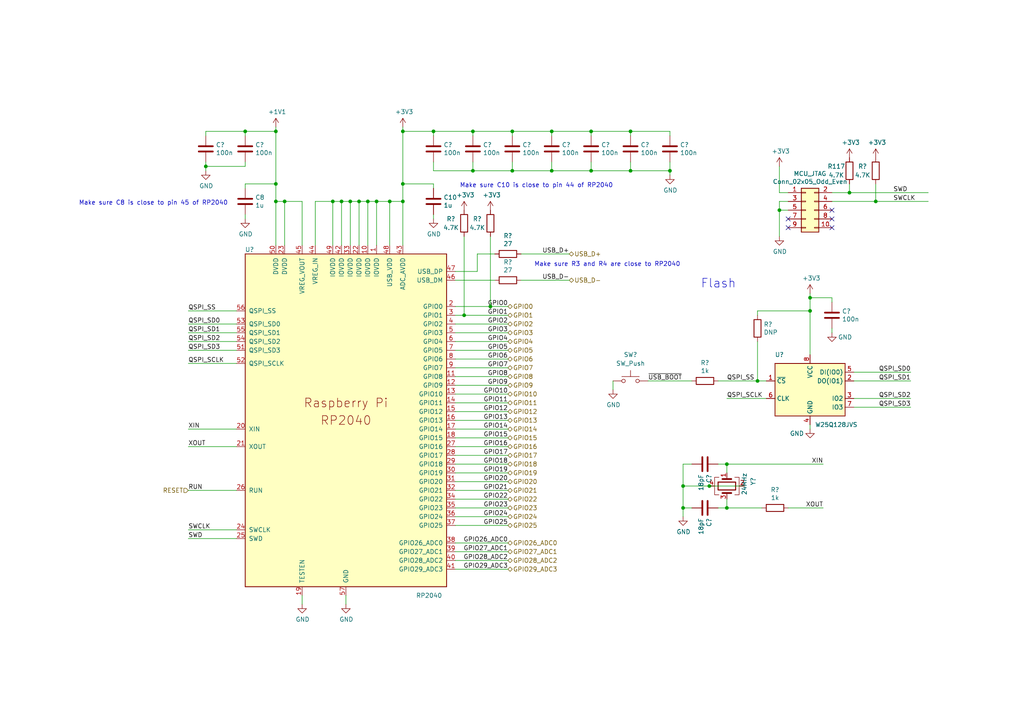
<source format=kicad_sch>
(kicad_sch (version 20210126) (generator eeschema)
  (paper "A4")
  (title_block (title "InuCal") (date "2020-06-30") (rev "R0.1") (company "Wenting Zhang") (comment 1 "zephray@outlook.com"))
  (lib_symbols
    (symbol "Connector_Generic:Conn_02x05_Odd_Even" (pin_names (offset 1.016) hide)
      (property "Reference" "J" (at 1.27 7.62 0))
      (property "Value" "Conn_02x05_Odd_Even" (at 1.27 -7.62 0))
      (symbol "Conn_02x05_Odd_Even_1_1"
        (rectangle (start -1.27 -4.953) (end 0 -5.207) (stroke (width 0.1524)))
        (rectangle (start -1.27 -2.413) (end 0 -2.667) (stroke (width 0.1524)))
        (rectangle (start -1.27 2.667) (end 0 2.413) (stroke (width 0.1524)))
        (rectangle (start -1.27 5.207) (end 0 4.953) (stroke (width 0.1524)))
        (rectangle (start -1.27 6.35) (end 3.81 -6.35) (stroke (width 0.254)) (fill (type background)))
        (rectangle (start -1.27 0.127) (end 0 -0.127) (stroke (width 0.1524)))
        (rectangle (start 3.81 -4.953) (end 2.54 -5.207) (stroke (width 0.1524)))
        (rectangle (start 3.81 -2.413) (end 2.54 -2.667) (stroke (width 0.1524)))
        (rectangle (start 3.81 2.667) (end 2.54 2.413) (stroke (width 0.1524)))
        (rectangle (start 3.81 5.207) (end 2.54 4.953) (stroke (width 0.1524)))
        (rectangle (start 3.81 0.127) (end 2.54 -0.127) (stroke (width 0.1524)))
        (pin passive line (at -5.08 5.08 0) (length 3.81) (name "Pin_1") (number "1"))
        (pin passive line (at 7.62 -5.08 180) (length 3.81) (name "Pin_10") (number "10"))
        (pin passive line (at 7.62 5.08 180) (length 3.81) (name "Pin_2") (number "2"))
        (pin passive line (at -5.08 2.54 0) (length 3.81) (name "Pin_3") (number "3"))
        (pin passive line (at 7.62 2.54 180) (length 3.81) (name "Pin_4") (number "4"))
        (pin passive line (at -5.08 0 0) (length 3.81) (name "Pin_5") (number "5"))
        (pin passive line (at 7.62 0 180) (length 3.81) (name "Pin_6") (number "6"))
        (pin passive line (at -5.08 -2.54 0) (length 3.81) (name "Pin_7") (number "7"))
        (pin passive line (at 7.62 -2.54 180) (length 3.81) (name "Pin_8") (number "8"))
        (pin passive line (at -5.08 -5.08 0) (length 3.81) (name "Pin_9") (number "9"))
      )
    )
    (symbol "Device:C" (pin_numbers hide) (pin_names (offset 0.254))
      (property "Reference" "C" (at 0.635 2.54 0))
      (property "Value" "C" (at 0.635 -2.54 0))
      (symbol "C_0_1"
        (polyline (pts (xy -2.032 -0.762) (xy 2.032 -0.762)) (stroke (width 0.508)))
        (polyline (pts (xy -2.032 0.762) (xy 2.032 0.762)) (stroke (width 0.508)))
      )
      (symbol "C_1_1"
        (pin passive line (at 0 3.81 270) (length 2.794) (name "~") (number "1"))
        (pin passive line (at 0 -3.81 90) (length 2.794) (name "~") (number "2"))
      )
    )
    (symbol "Device:Crystal_GND24" (pin_names (offset 1.016) hide)
      (property "Reference" "Y" (at 3.175 5.08 0))
      (property "Value" "Crystal_GND24" (at 3.175 3.175 0))
      (symbol "Crystal_GND24_0_1"
        (rectangle (start -1.143 2.54) (end 1.143 -2.54) (stroke (width 0.3048)))
        (polyline (pts (xy -2.54 0) (xy -2.032 0)))
        (polyline (pts (xy -2.032 -1.27) (xy -2.032 1.27)) (stroke (width 0.508)))
        (polyline (pts (xy 0 -3.81) (xy 0 -3.556)))
        (polyline (pts (xy 0 3.556) (xy 0 3.81)))
        (polyline (pts (xy 2.032 -1.27) (xy 2.032 1.27)) (stroke (width 0.508)))
        (polyline (pts (xy 2.032 0) (xy 2.54 0)))
        (polyline (pts (xy -2.54 -2.286) (xy -2.54 -3.556) (xy 2.54 -3.556) (xy 2.54 -2.286)))
        (polyline (pts (xy -2.54 2.286) (xy -2.54 3.556) (xy 2.54 3.556) (xy 2.54 2.286)))
      )
      (symbol "Crystal_GND24_1_1"
        (pin passive line (at -3.81 0 0) (length 1.27) (name "1") (number "1"))
        (pin passive line (at 0 5.08 270) (length 1.27) (name "2") (number "2"))
        (pin passive line (at 3.81 0 180) (length 1.27) (name "3") (number "3"))
        (pin passive line (at 0 -5.08 90) (length 1.27) (name "4") (number "4"))
      )
    )
    (symbol "Device:R" (pin_numbers hide) (pin_names (offset 0))
      (property "Reference" "R" (at 2.032 0 90))
      (property "Value" "R" (at 0 0 90))
      (symbol "R_0_1"
        (rectangle (start -1.016 -2.54) (end 1.016 2.54) (stroke (width 0.254)))
      )
      (symbol "R_1_1"
        (pin passive line (at 0 3.81 270) (length 1.27) (name "~") (number "1"))
        (pin passive line (at 0 -3.81 90) (length 1.27) (name "~") (number "2"))
      )
    )
    (symbol "MCU_RaspberryPi_RP2040:RP2040" (pin_names (offset 1.016))
      (property "Reference" "U" (at -29.21 49.53 0))
      (property "Value" "RP2040" (at 24.13 -49.53 0))
      (symbol "RP2040_0_0"
        (text "Raspberry Pi" (at 0 5.08 0) (effects (font (size 2.54 2.54))))
        (text "RP2040" (at 0 0 0) (effects (font (size 2.54 2.54))))
      )
      (symbol "RP2040_0_1"
        (rectangle (start 29.21 48.26) (end -29.21 -48.26) (stroke (width 0.254)) (fill (type background)))
      )
      (symbol "RP2040_1_1"
        (pin power_in line (at 8.89 50.8 270) (length 2.54) (name "IOVDD") (number "1"))
        (pin power_in line (at 6.35 50.8 270) (length 2.54) (name "IOVDD") (number "10"))
        (pin bidirectional line (at 31.75 12.7 180) (length 2.54) (name "GPIO8") (number "11"))
        (pin bidirectional line (at 31.75 10.16 180) (length 2.54) (name "GPIO9") (number "12"))
        (pin bidirectional line (at 31.75 7.62 180) (length 2.54) (name "GPIO10") (number "13"))
        (pin bidirectional line (at 31.75 5.08 180) (length 2.54) (name "GPIO11") (number "14"))
        (pin bidirectional line (at 31.75 2.54 180) (length 2.54) (name "GPIO12") (number "15"))
        (pin bidirectional line (at 31.75 0 180) (length 2.54) (name "GPIO13") (number "16"))
        (pin bidirectional line (at 31.75 -2.54 180) (length 2.54) (name "GPIO14") (number "17"))
        (pin bidirectional line (at 31.75 -5.08 180) (length 2.54) (name "GPIO15") (number "18"))
        (pin passive line (at -12.7 -50.8 90) (length 2.54) (name "TESTEN") (number "19"))
        (pin bidirectional line (at 31.75 33.02 180) (length 2.54) (name "GPIO0") (number "2"))
        (pin input line (at -31.75 -2.54 0) (length 2.54) (name "XIN") (number "20"))
        (pin passive line (at -31.75 -7.62 0) (length 2.54) (name "XOUT") (number "21"))
        (pin power_in line (at 3.81 50.8 270) (length 2.54) (name "IOVDD") (number "22"))
        (pin power_in line (at -17.78 50.8 270) (length 2.54) (name "DVDD") (number "23"))
        (pin output line (at -31.75 -31.75 0) (length 2.54) (name "SWCLK") (number "24"))
        (pin bidirectional line (at -31.75 -34.29 0) (length 2.54) (name "SWD") (number "25"))
        (pin input line (at -31.75 -20.32 0) (length 2.54) (name "RUN") (number "26"))
        (pin bidirectional line (at 31.75 -7.62 180) (length 2.54) (name "GPIO16") (number "27"))
        (pin bidirectional line (at 31.75 -10.16 180) (length 2.54) (name "GPIO17") (number "28"))
        (pin bidirectional line (at 31.75 -12.7 180) (length 2.54) (name "GPIO18") (number "29"))
        (pin bidirectional line (at 31.75 30.48 180) (length 2.54) (name "GPIO1") (number "3"))
        (pin bidirectional line (at 31.75 -15.24 180) (length 2.54) (name "GPIO19") (number "30"))
        (pin bidirectional line (at 31.75 -17.78 180) (length 2.54) (name "GPIO20") (number "31"))
        (pin bidirectional line (at 31.75 -20.32 180) (length 2.54) (name "GPIO21") (number "32"))
        (pin power_in line (at 1.27 50.8 270) (length 2.54) (name "IOVDD") (number "33"))
        (pin bidirectional line (at 31.75 -22.86 180) (length 2.54) (name "GPIO22") (number "34"))
        (pin bidirectional line (at 31.75 -25.4 180) (length 2.54) (name "GPIO23") (number "35"))
        (pin bidirectional line (at 31.75 -27.94 180) (length 2.54) (name "GPIO24") (number "36"))
        (pin bidirectional line (at 31.75 -30.48 180) (length 2.54) (name "GPIO25") (number "37"))
        (pin bidirectional line (at 31.75 -35.56 180) (length 2.54) (name "GPIO26_ADC0") (number "38"))
        (pin bidirectional line (at 31.75 -38.1 180) (length 2.54) (name "GPIO27_ADC1") (number "39"))
        (pin bidirectional line (at 31.75 27.94 180) (length 2.54) (name "GPIO2") (number "4"))
        (pin bidirectional line (at 31.75 -40.64 180) (length 2.54) (name "GPIO28_ADC2") (number "40"))
        (pin bidirectional line (at 31.75 -43.18 180) (length 2.54) (name "GPIO29_ADC3") (number "41"))
        (pin power_in line (at -1.27 50.8 270) (length 2.54) (name "IOVDD") (number "42"))
        (pin power_in line (at 16.51 50.8 270) (length 2.54) (name "ADC_AVDD") (number "43"))
        (pin power_in line (at -8.89 50.8 270) (length 2.54) (name "VREG_IN") (number "44"))
        (pin power_out line (at -12.7 50.8 270) (length 2.54) (name "VREG_VOUT") (number "45"))
        (pin bidirectional line (at 31.75 40.64 180) (length 2.54) (name "USB_DM") (number "46"))
        (pin bidirectional line (at 31.75 43.18 180) (length 2.54) (name "USB_DP") (number "47"))
        (pin power_in line (at 12.7 50.8 270) (length 2.54) (name "USB_VDD") (number "48"))
        (pin power_in line (at -3.81 50.8 270) (length 2.54) (name "IOVDD") (number "49"))
        (pin bidirectional line (at 31.75 25.4 180) (length 2.54) (name "GPIO3") (number "5"))
        (pin power_in line (at -20.32 50.8 270) (length 2.54) (name "DVDD") (number "50"))
        (pin bidirectional line (at -31.75 20.32 0) (length 2.54) (name "QSPI_SD3") (number "51"))
        (pin output line (at -31.75 16.51 0) (length 2.54) (name "QSPI_SCLK") (number "52"))
        (pin bidirectional line (at -31.75 27.94 0) (length 2.54) (name "QSPI_SD0") (number "53"))
        (pin bidirectional line (at -31.75 22.86 0) (length 2.54) (name "QSPI_SD2") (number "54"))
        (pin bidirectional line (at -31.75 25.4 0) (length 2.54) (name "QSPI_SD1") (number "55"))
        (pin bidirectional line (at -31.75 31.75 0) (length 2.54) (name "QSPI_SS") (number "56"))
        (pin power_in line (at 0 -50.8 90) (length 2.54) (name "GND") (number "57"))
        (pin bidirectional line (at 31.75 22.86 180) (length 2.54) (name "GPIO4") (number "6"))
        (pin bidirectional line (at 31.75 20.32 180) (length 2.54) (name "GPIO5") (number "7"))
        (pin bidirectional line (at 31.75 17.78 180) (length 2.54) (name "GPIO6") (number "8"))
        (pin bidirectional line (at 31.75 15.24 180) (length 2.54) (name "GPIO7") (number "9"))
      )
    )
    (symbol "Memory_Flash:W25Q128JVS"
      (property "Reference" "U" (at -8.89 8.89 0))
      (property "Value" "W25Q128JVS" (at 7.62 8.89 0))
      (symbol "W25Q128JVS_0_1"
        (rectangle (start -10.16 7.62) (end 10.16 -7.62) (stroke (width 0.254)) (fill (type background)))
      )
      (symbol "W25Q128JVS_1_1"
        (pin input line (at -12.7 2.54 0) (length 2.54) (name "~CS") (number "1"))
        (pin bidirectional line (at 12.7 2.54 180) (length 2.54) (name "DO(IO1)") (number "2"))
        (pin bidirectional line (at 12.7 -2.54 180) (length 2.54) (name "IO2") (number "3"))
        (pin power_in line (at 0 -10.16 90) (length 2.54) (name "GND") (number "4"))
        (pin bidirectional line (at 12.7 5.08 180) (length 2.54) (name "DI(IO0)") (number "5"))
        (pin input line (at -12.7 -2.54 0) (length 2.54) (name "CLK") (number "6"))
        (pin bidirectional line (at 12.7 -5.08 180) (length 2.54) (name "IO3") (number "7"))
        (pin power_in line (at 0 10.16 270) (length 2.54) (name "VCC") (number "8"))
      )
    )
    (symbol "Switch:SW_Push" (pin_numbers hide) (pin_names (offset 1.016) hide)
      (property "Reference" "SW" (at 1.27 2.54 0))
      (property "Value" "SW_Push" (at 0 -1.524 0))
      (symbol "SW_Push_0_1"
        (circle (center -2.032 0) (radius 0.508))
        (circle (center 2.032 0) (radius 0.508))
        (polyline (pts (xy 0 1.27) (xy 0 3.048)))
        (polyline (pts (xy 2.54 1.27) (xy -2.54 1.27)))
        (pin passive line (at -5.08 0 0) (length 2.54) (name "1") (number "1"))
        (pin passive line (at 5.08 0 180) (length 2.54) (name "2") (number "2"))
      )
    )
    (symbol "power:+1V1" (power) (pin_names (offset 0))
      (property "Value" "+1V1" (at 0 3.556 0))
      (symbol "+1V1_0_1"
        (polyline (pts (xy -0.762 1.27) (xy 0 2.54)))
        (polyline (pts (xy 0 0) (xy 0 2.54)))
        (polyline (pts (xy 0 2.54) (xy 0.762 1.27)))
      )
      (symbol "+1V1_1_1"
        (pin power_in line (at 0 0 90) (length 0) hide (name "+1V1") (number "1"))
      )
    )
    (symbol "power:+3V3" (power) (pin_names (offset 0))
      (property "Value" "+3V3" (at 0 3.556 0))
      (symbol "+3V3_0_1"
        (polyline (pts (xy -0.762 1.27) (xy 0 2.54)))
        (polyline (pts (xy 0 0) (xy 0 2.54)))
        (polyline (pts (xy 0 2.54) (xy 0.762 1.27)))
      )
      (symbol "+3V3_1_1"
        (pin power_in line (at 0 0 90) (length 0) hide (name "+3V3") (number "1"))
      )
    )
    (symbol "power:GND" (power) (pin_names (offset 0))
      (property "Value" "GND" (at 0 -3.81 0))
      (symbol "GND_0_1"
        (polyline (pts (xy 0 0) (xy 0 -1.27) (xy 1.27 -1.27) (xy 0 -2.54) (xy -1.27 -1.27) (xy 0 -1.27)))
      )
      (symbol "GND_1_1"
        (pin power_in line (at 0 0 270) (length 0) hide (name "GND") (number "1"))
      )
    )
  )
  (junction (at 59.69 48.26) (diameter 0.9144))
  (junction (at 71.12 38.1) (diameter 0.9144))
  (junction (at 80.01 38.1) (diameter 0.9144))
  (junction (at 80.01 53.34) (diameter 0.9144))
  (junction (at 80.01 58.42) (diameter 0.9144))
  (junction (at 82.55 58.42) (diameter 0.9144))
  (junction (at 96.52 58.42) (diameter 0.9144))
  (junction (at 99.06 58.42) (diameter 0.9144))
  (junction (at 101.6 58.42) (diameter 0.9144))
  (junction (at 104.14 58.42) (diameter 0.9144))
  (junction (at 106.68 58.42) (diameter 0.9144))
  (junction (at 109.22 58.42) (diameter 0.9144))
  (junction (at 113.03 58.42) (diameter 0.9144))
  (junction (at 116.84 38.1) (diameter 0.9144))
  (junction (at 116.84 53.34) (diameter 0.9144))
  (junction (at 116.84 58.42) (diameter 0.9144))
  (junction (at 125.73 38.1) (diameter 0.9144))
  (junction (at 134.62 91.44) (diameter 0.9144))
  (junction (at 137.16 38.1) (diameter 0.9144))
  (junction (at 137.16 49.53) (diameter 0.9144))
  (junction (at 142.24 88.9) (diameter 0.9144))
  (junction (at 148.59 38.1) (diameter 0.9144))
  (junction (at 148.59 49.53) (diameter 0.9144))
  (junction (at 160.02 38.1) (diameter 0.9144))
  (junction (at 160.02 49.53) (diameter 0.9144))
  (junction (at 171.45 38.1) (diameter 0.9144))
  (junction (at 171.45 49.53) (diameter 0.9144))
  (junction (at 182.88 38.1) (diameter 0.9144))
  (junction (at 182.88 49.53) (diameter 0.9144))
  (junction (at 194.31 49.53) (diameter 0.9144))
  (junction (at 198.12 140.97) (diameter 0.9144))
  (junction (at 198.12 147.32) (diameter 0.9144))
  (junction (at 205.74 140.97) (diameter 0.9144))
  (junction (at 210.82 134.62) (diameter 0.9144))
  (junction (at 210.82 147.32) (diameter 0.9144))
  (junction (at 219.71 110.49) (diameter 0.9144))
  (junction (at 226.06 60.96) (diameter 0.9144))
  (junction (at 234.95 86.36) (diameter 0.9144))
  (junction (at 234.95 90.17) (diameter 0.9144))
  (junction (at 246.38 55.88) (diameter 0.9144))
  (junction (at 254 58.42) (diameter 0.9144))
  (no_connect (at 228.6 63.5))
  (no_connect (at 228.6 66.04))
  (no_connect (at 241.3 60.96))
  (no_connect (at 241.3 63.5))
  (no_connect (at 241.3 66.04))
  (wire (pts (xy 54.61 93.98) (xy 68.58 93.98)))
  (wire (pts (xy 54.61 96.52) (xy 68.58 96.52)))
  (wire (pts (xy 54.61 99.06) (xy 68.58 99.06)))
  (wire (pts (xy 54.61 101.6) (xy 68.58 101.6)))
  (wire (pts (xy 54.61 124.46) (xy 68.58 124.46)))
  (wire (pts (xy 54.61 142.24) (xy 68.58 142.24)))
  (wire (pts (xy 59.69 38.1) (xy 71.12 38.1)))
  (wire (pts (xy 59.69 39.37) (xy 59.69 38.1)))
  (wire (pts (xy 59.69 46.99) (xy 59.69 48.26)))
  (wire (pts (xy 59.69 48.26) (xy 59.69 49.53)))
  (wire (pts (xy 59.69 48.26) (xy 71.12 48.26)))
  (wire (pts (xy 68.58 90.17) (xy 54.61 90.17)))
  (wire (pts (xy 68.58 105.41) (xy 54.61 105.41)))
  (wire (pts (xy 68.58 129.54) (xy 54.61 129.54)))
  (wire (pts (xy 68.58 153.67) (xy 54.61 153.67)))
  (wire (pts (xy 68.58 156.21) (xy 54.61 156.21)))
  (wire (pts (xy 71.12 38.1) (xy 80.01 38.1)))
  (wire (pts (xy 71.12 39.37) (xy 71.12 38.1)))
  (wire (pts (xy 71.12 48.26) (xy 71.12 46.99)))
  (wire (pts (xy 71.12 53.34) (xy 80.01 53.34)))
  (wire (pts (xy 71.12 54.61) (xy 71.12 53.34)))
  (wire (pts (xy 71.12 62.23) (xy 71.12 63.5)))
  (wire (pts (xy 80.01 36.83) (xy 80.01 38.1)))
  (wire (pts (xy 80.01 38.1) (xy 80.01 53.34)))
  (wire (pts (xy 80.01 53.34) (xy 80.01 58.42)))
  (wire (pts (xy 80.01 58.42) (xy 80.01 71.12)))
  (wire (pts (xy 82.55 58.42) (xy 80.01 58.42)))
  (wire (pts (xy 82.55 71.12) (xy 82.55 58.42)))
  (wire (pts (xy 87.63 58.42) (xy 82.55 58.42)))
  (wire (pts (xy 87.63 71.12) (xy 87.63 58.42)))
  (wire (pts (xy 87.63 172.72) (xy 87.63 175.26)))
  (wire (pts (xy 91.44 58.42) (xy 96.52 58.42)))
  (wire (pts (xy 91.44 71.12) (xy 91.44 58.42)))
  (wire (pts (xy 96.52 58.42) (xy 99.06 58.42)))
  (wire (pts (xy 96.52 71.12) (xy 96.52 58.42)))
  (wire (pts (xy 99.06 58.42) (xy 101.6 58.42)))
  (wire (pts (xy 99.06 71.12) (xy 99.06 58.42)))
  (wire (pts (xy 100.33 172.72) (xy 100.33 175.26)))
  (wire (pts (xy 101.6 58.42) (xy 104.14 58.42)))
  (wire (pts (xy 101.6 71.12) (xy 101.6 58.42)))
  (wire (pts (xy 104.14 58.42) (xy 106.68 58.42)))
  (wire (pts (xy 104.14 71.12) (xy 104.14 58.42)))
  (wire (pts (xy 106.68 58.42) (xy 109.22 58.42)))
  (wire (pts (xy 106.68 71.12) (xy 106.68 58.42)))
  (wire (pts (xy 109.22 58.42) (xy 109.22 71.12)))
  (wire (pts (xy 109.22 58.42) (xy 113.03 58.42)))
  (wire (pts (xy 113.03 58.42) (xy 116.84 58.42)))
  (wire (pts (xy 113.03 71.12) (xy 113.03 58.42)))
  (wire (pts (xy 116.84 36.83) (xy 116.84 38.1)))
  (wire (pts (xy 116.84 38.1) (xy 116.84 53.34)))
  (wire (pts (xy 116.84 38.1) (xy 125.73 38.1)))
  (wire (pts (xy 116.84 53.34) (xy 116.84 58.42)))
  (wire (pts (xy 116.84 53.34) (xy 125.73 53.34)))
  (wire (pts (xy 116.84 58.42) (xy 116.84 71.12)))
  (wire (pts (xy 125.73 38.1) (xy 137.16 38.1)))
  (wire (pts (xy 125.73 39.37) (xy 125.73 38.1)))
  (wire (pts (xy 125.73 46.99) (xy 125.73 49.53)))
  (wire (pts (xy 125.73 54.61) (xy 125.73 53.34)))
  (wire (pts (xy 125.73 62.23) (xy 125.73 63.5)))
  (wire (pts (xy 132.08 78.74) (xy 138.43 78.74)))
  (wire (pts (xy 132.08 81.28) (xy 143.51 81.28)))
  (wire (pts (xy 132.08 88.9) (xy 142.24 88.9)))
  (wire (pts (xy 132.08 91.44) (xy 134.62 91.44)))
  (wire (pts (xy 132.08 93.98) (xy 147.32 93.98)))
  (wire (pts (xy 132.08 96.52) (xy 147.32 96.52)))
  (wire (pts (xy 132.08 99.06) (xy 147.32 99.06)))
  (wire (pts (xy 132.08 101.6) (xy 147.32 101.6)))
  (wire (pts (xy 132.08 104.14) (xy 147.32 104.14)))
  (wire (pts (xy 132.08 106.68) (xy 147.32 106.68)))
  (wire (pts (xy 132.08 109.22) (xy 147.32 109.22)))
  (wire (pts (xy 132.08 111.76) (xy 147.32 111.76)))
  (wire (pts (xy 132.08 114.3) (xy 147.32 114.3)))
  (wire (pts (xy 132.08 116.84) (xy 147.32 116.84)))
  (wire (pts (xy 132.08 119.38) (xy 147.32 119.38)))
  (wire (pts (xy 132.08 121.92) (xy 147.32 121.92)))
  (wire (pts (xy 132.08 124.46) (xy 147.32 124.46)))
  (wire (pts (xy 132.08 127) (xy 147.32 127)))
  (wire (pts (xy 132.08 129.54) (xy 147.32 129.54)))
  (wire (pts (xy 132.08 132.08) (xy 147.32 132.08)))
  (wire (pts (xy 132.08 134.62) (xy 147.32 134.62)))
  (wire (pts (xy 132.08 137.16) (xy 147.32 137.16)))
  (wire (pts (xy 132.08 139.7) (xy 147.32 139.7)))
  (wire (pts (xy 132.08 142.24) (xy 147.32 142.24)))
  (wire (pts (xy 132.08 144.78) (xy 147.32 144.78)))
  (wire (pts (xy 132.08 147.32) (xy 147.32 147.32)))
  (wire (pts (xy 132.08 149.86) (xy 147.32 149.86)))
  (wire (pts (xy 132.08 152.4) (xy 147.32 152.4)))
  (wire (pts (xy 132.08 157.48) (xy 147.32 157.48)))
  (wire (pts (xy 132.08 160.02) (xy 147.32 160.02)))
  (wire (pts (xy 132.08 162.56) (xy 147.32 162.56)))
  (wire (pts (xy 132.08 165.1) (xy 147.32 165.1)))
  (wire (pts (xy 134.62 68.58) (xy 134.62 91.44)))
  (wire (pts (xy 134.62 91.44) (xy 147.32 91.44)))
  (wire (pts (xy 137.16 38.1) (xy 148.59 38.1)))
  (wire (pts (xy 137.16 39.37) (xy 137.16 38.1)))
  (wire (pts (xy 137.16 46.99) (xy 137.16 49.53)))
  (wire (pts (xy 137.16 49.53) (xy 125.73 49.53)))
  (wire (pts (xy 138.43 73.66) (xy 138.43 78.74)))
  (wire (pts (xy 138.43 73.66) (xy 143.51 73.66)))
  (wire (pts (xy 142.24 68.58) (xy 142.24 88.9)))
  (wire (pts (xy 142.24 88.9) (xy 147.32 88.9)))
  (wire (pts (xy 148.59 38.1) (xy 160.02 38.1)))
  (wire (pts (xy 148.59 39.37) (xy 148.59 38.1)))
  (wire (pts (xy 148.59 46.99) (xy 148.59 49.53)))
  (wire (pts (xy 148.59 49.53) (xy 137.16 49.53)))
  (wire (pts (xy 151.13 73.66) (xy 165.1 73.66)))
  (wire (pts (xy 151.13 81.28) (xy 165.1 81.28)))
  (wire (pts (xy 160.02 38.1) (xy 171.45 38.1)))
  (wire (pts (xy 160.02 39.37) (xy 160.02 38.1)))
  (wire (pts (xy 160.02 46.99) (xy 160.02 49.53)))
  (wire (pts (xy 160.02 49.53) (xy 148.59 49.53)))
  (wire (pts (xy 171.45 38.1) (xy 182.88 38.1)))
  (wire (pts (xy 171.45 39.37) (xy 171.45 38.1)))
  (wire (pts (xy 171.45 46.99) (xy 171.45 49.53)))
  (wire (pts (xy 171.45 49.53) (xy 160.02 49.53)))
  (wire (pts (xy 177.8 110.49) (xy 177.8 113.03)))
  (wire (pts (xy 182.88 38.1) (xy 194.31 38.1)))
  (wire (pts (xy 182.88 39.37) (xy 182.88 38.1)))
  (wire (pts (xy 182.88 46.99) (xy 182.88 49.53)))
  (wire (pts (xy 182.88 49.53) (xy 171.45 49.53)))
  (wire (pts (xy 182.88 49.53) (xy 194.31 49.53)))
  (wire (pts (xy 194.31 39.37) (xy 194.31 38.1)))
  (wire (pts (xy 194.31 46.99) (xy 194.31 49.53)))
  (wire (pts (xy 194.31 49.53) (xy 194.31 50.8)))
  (wire (pts (xy 198.12 134.62) (xy 198.12 140.97)))
  (wire (pts (xy 198.12 140.97) (xy 198.12 147.32)))
  (wire (pts (xy 198.12 140.97) (xy 205.74 140.97)))
  (wire (pts (xy 198.12 147.32) (xy 198.12 149.86)))
  (wire (pts (xy 198.12 147.32) (xy 200.66 147.32)))
  (wire (pts (xy 200.66 110.49) (xy 187.96 110.49)))
  (wire (pts (xy 200.66 134.62) (xy 198.12 134.62)))
  (wire (pts (xy 208.28 110.49) (xy 219.71 110.49)))
  (wire (pts (xy 208.28 134.62) (xy 210.82 134.62)))
  (wire (pts (xy 210.82 115.57) (xy 222.25 115.57)))
  (wire (pts (xy 210.82 134.62) (xy 238.76 134.62)))
  (wire (pts (xy 210.82 137.16) (xy 210.82 134.62)))
  (wire (pts (xy 210.82 144.78) (xy 210.82 147.32)))
  (wire (pts (xy 210.82 147.32) (xy 208.28 147.32)))
  (wire (pts (xy 215.9 140.97) (xy 205.74 140.97)))
  (wire (pts (xy 219.71 90.17) (xy 234.95 90.17)))
  (wire (pts (xy 219.71 91.44) (xy 219.71 90.17)))
  (wire (pts (xy 219.71 99.06) (xy 219.71 110.49)))
  (wire (pts (xy 219.71 110.49) (xy 222.25 110.49)))
  (wire (pts (xy 220.98 147.32) (xy 210.82 147.32)))
  (wire (pts (xy 226.06 48.26) (xy 226.06 55.88)))
  (wire (pts (xy 226.06 55.88) (xy 228.6 55.88)))
  (wire (pts (xy 226.06 58.42) (xy 226.06 60.96)))
  (wire (pts (xy 226.06 60.96) (xy 226.06 68.58)))
  (wire (pts (xy 228.6 58.42) (xy 226.06 58.42)))
  (wire (pts (xy 228.6 60.96) (xy 226.06 60.96)))
  (wire (pts (xy 228.6 147.32) (xy 238.76 147.32)))
  (wire (pts (xy 234.95 85.09) (xy 234.95 86.36)))
  (wire (pts (xy 234.95 86.36) (xy 234.95 90.17)))
  (wire (pts (xy 234.95 90.17) (xy 234.95 102.87)))
  (wire (pts (xy 234.95 123.19) (xy 234.95 124.46)))
  (wire (pts (xy 241.3 55.88) (xy 246.38 55.88)))
  (wire (pts (xy 241.3 58.42) (xy 254 58.42)))
  (wire (pts (xy 241.3 86.36) (xy 234.95 86.36)))
  (wire (pts (xy 241.3 87.63) (xy 241.3 86.36)))
  (wire (pts (xy 241.3 95.25) (xy 241.3 96.52)))
  (wire (pts (xy 246.38 53.34) (xy 246.38 55.88)))
  (wire (pts (xy 246.38 55.88) (xy 269.24 55.88)))
  (wire (pts (xy 247.65 107.95) (xy 264.16 107.95)))
  (wire (pts (xy 247.65 110.49) (xy 264.16 110.49)))
  (wire (pts (xy 247.65 115.57) (xy 264.16 115.57)))
  (wire (pts (xy 247.65 118.11) (xy 264.16 118.11)))
  (wire (pts (xy 254 53.34) (xy 254 58.42)))
  (wire (pts (xy 254 58.42) (xy 269.24 58.42)))
  (text "Make sure C8 is close to pin 45 of RP2040" (at 22.86 59.69 0) (effects (font (size 1.27 1.27)) (justify left bottom)))
  (text "Make sure C10 is close to pin 44 of RP2040" (at 133.35 54.61 0) (effects (font (size 1.27 1.27)) (justify left bottom)))
  (text "Make sure R3 and R4 are close to RP2040" (at 154.94 77.47 0) (effects (font (size 1.27 1.27)) (justify left bottom)))
  (text "Flash" (at 203.2 83.82 0) (effects (font (size 2.54 2.54)) (justify left bottom)))
  (label "QSPI_SS" (at 54.61 90.17 0))
  (label "QSPI_SD0" (at 54.61 93.98 0))
  (label "QSPI_SD1" (at 54.61 96.52 0))
  (label "QSPI_SD2" (at 54.61 99.06 0))
  (label "QSPI_SD3" (at 54.61 101.6 0))
  (label "QSPI_SCLK" (at 54.61 105.41 0))
  (label "XIN" (at 54.61 124.46 0))
  (label "XOUT" (at 54.61 129.54 0))
  (label "RUN" (at 54.61 142.24 0))
  (label "SWCLK" (at 54.61 153.67 0))
  (label "SWD" (at 54.61 156.21 0))
  (label "GPIO0" (at 147.32 88.9 180))
  (label "GPIO1" (at 147.32 91.44 180))
  (label "GPIO2" (at 147.32 93.98 180))
  (label "GPIO3" (at 147.32 96.52 180))
  (label "GPIO4" (at 147.32 99.06 180))
  (label "GPIO5" (at 147.32 101.6 180))
  (label "GPIO6" (at 147.32 104.14 180))
  (label "GPIO7" (at 147.32 106.68 180))
  (label "GPIO8" (at 147.32 109.22 180))
  (label "GPIO9" (at 147.32 111.76 180))
  (label "GPIO10" (at 147.32 114.3 180))
  (label "GPIO11" (at 147.32 116.84 180))
  (label "GPIO12" (at 147.32 119.38 180))
  (label "GPIO13" (at 147.32 121.92 180))
  (label "GPIO14" (at 147.32 124.46 180))
  (label "GPIO15" (at 147.32 127 180))
  (label "GPIO16" (at 147.32 129.54 180))
  (label "GPIO17" (at 147.32 132.08 180))
  (label "GPIO18" (at 147.32 134.62 180))
  (label "GPIO19" (at 147.32 137.16 180))
  (label "GPIO20" (at 147.32 139.7 180))
  (label "GPIO21" (at 147.32 142.24 180))
  (label "GPIO22" (at 147.32 144.78 180))
  (label "GPIO23" (at 147.32 147.32 180))
  (label "GPIO24" (at 147.32 149.86 180))
  (label "GPIO25" (at 147.32 152.4 180))
  (label "GPIO26_ADC0" (at 147.32 157.48 180))
  (label "GPIO27_ADC1" (at 147.32 160.02 180))
  (label "GPIO28_ADC2" (at 147.32 162.56 180))
  (label "GPIO29_ADC3" (at 147.32 165.1 180))
  (label "USB_D+" (at 165.1 73.66 180))
  (label "USB_D-" (at 165.1 81.28 180))
  (label "~USB_BOOT" (at 187.96 110.49 0))
  (label "QSPI_SS" (at 210.82 110.49 0))
  (label "QSPI_SCLK" (at 210.82 115.57 0))
  (label "XIN" (at 238.76 134.62 180))
  (label "XOUT" (at 238.76 147.32 180))
  (label "SWD" (at 259.08 55.88 0))
  (label "SWCLK" (at 259.08 58.42 0))
  (label "QSPI_SD0" (at 264.16 107.95 180))
  (label "QSPI_SD1" (at 264.16 110.49 180))
  (label "QSPI_SD2" (at 264.16 115.57 180))
  (label "QSPI_SD3" (at 264.16 118.11 180))
  (hierarchical_label "RESET" (shape input) (at 54.61 142.24 180))
  (hierarchical_label "GPIO0" (shape bidirectional) (at 147.32 88.9 0))
  (hierarchical_label "GPIO1" (shape bidirectional) (at 147.32 91.44 0))
  (hierarchical_label "GPIO2" (shape bidirectional) (at 147.32 93.98 0))
  (hierarchical_label "GPIO3" (shape bidirectional) (at 147.32 96.52 0))
  (hierarchical_label "GPIO4" (shape bidirectional) (at 147.32 99.06 0))
  (hierarchical_label "GPIO5" (shape bidirectional) (at 147.32 101.6 0))
  (hierarchical_label "GPIO6" (shape bidirectional) (at 147.32 104.14 0))
  (hierarchical_label "GPIO7" (shape bidirectional) (at 147.32 106.68 0))
  (hierarchical_label "GPIO8" (shape bidirectional) (at 147.32 109.22 0))
  (hierarchical_label "GPIO9" (shape bidirectional) (at 147.32 111.76 0))
  (hierarchical_label "GPIO10" (shape bidirectional) (at 147.32 114.3 0))
  (hierarchical_label "GPIO11" (shape bidirectional) (at 147.32 116.84 0))
  (hierarchical_label "GPIO12" (shape bidirectional) (at 147.32 119.38 0))
  (hierarchical_label "GPIO13" (shape bidirectional) (at 147.32 121.92 0))
  (hierarchical_label "GPIO14" (shape bidirectional) (at 147.32 124.46 0))
  (hierarchical_label "GPIO15" (shape bidirectional) (at 147.32 127 0))
  (hierarchical_label "GPIO16" (shape bidirectional) (at 147.32 129.54 0))
  (hierarchical_label "GPIO17" (shape bidirectional) (at 147.32 132.08 0))
  (hierarchical_label "GPIO18" (shape bidirectional) (at 147.32 134.62 0))
  (hierarchical_label "GPIO19" (shape bidirectional) (at 147.32 137.16 0))
  (hierarchical_label "GPIO20" (shape bidirectional) (at 147.32 139.7 0))
  (hierarchical_label "GPIO21" (shape bidirectional) (at 147.32 142.24 0))
  (hierarchical_label "GPIO22" (shape bidirectional) (at 147.32 144.78 0))
  (hierarchical_label "GPIO23" (shape bidirectional) (at 147.32 147.32 0))
  (hierarchical_label "GPIO24" (shape bidirectional) (at 147.32 149.86 0))
  (hierarchical_label "GPIO25" (shape bidirectional) (at 147.32 152.4 0))
  (hierarchical_label "GPIO26_ADC0" (shape bidirectional) (at 147.32 157.48 0))
  (hierarchical_label "GPIO27_ADC1" (shape bidirectional) (at 147.32 160.02 0))
  (hierarchical_label "GPIO28_ADC2" (shape bidirectional) (at 147.32 162.56 0))
  (hierarchical_label "GPIO29_ADC3" (shape bidirectional) (at 147.32 165.1 0))
  (hierarchical_label "USB_D+" (shape bidirectional) (at 165.1 73.66 0))
  (hierarchical_label "USB_D-" (shape bidirectional) (at 165.1 81.28 0))
  (symbol (lib_id "power:+1V1") (at 80.01 36.83 0) (unit 1)
    (property "Reference" "#PWR?" (effects hide))
    (property "Value" "+1V1" (at 80.391 32.4358 0))
  )
  (symbol (lib_id "power:+3V3") (at 116.84 36.83 0) (unit 1)
    (property "Reference" "#PWR?" (effects hide))
    (property "Value" "+3V3" (at 117.221 32.4358 0))
  )
  (symbol (lib_id "power:+3V3") (at 134.62 60.96 0) (unit 1)
    (property "Reference" "#PWR?" (effects hide))
    (property "Value" "+3V3" (at 135.001 56.5658 0))
  )
  (symbol (lib_id "power:+3V3") (at 142.24 60.96 0) (unit 1)
    (property "Reference" "#PWR?" (effects hide))
    (property "Value" "+3V3" (at 142.621 56.5658 0))
  )
  (symbol (lib_id "power:+3V3") (at 226.06 48.26 0) (unit 1)
    (property "Reference" "#PWR0108" (effects hide))
    (property "Value" "+3V3" (at 226.441 43.8658 0))
  )
  (symbol (lib_id "power:+3V3") (at 234.95 85.09 0) (unit 1)
    (property "Reference" "#PWR?" (effects hide))
    (property "Value" "+3V3" (at 235.331 80.6958 0))
  )
  (symbol (lib_id "power:+3V3") (at 246.38 45.72 0) (unit 1)
    (property "Reference" "#PWR0107" (effects hide))
    (property "Value" "+3V3" (at 246.761 41.3258 0))
  )
  (symbol (lib_id "power:+3V3") (at 254 45.72 0) (unit 1)
    (property "Reference" "#PWR?" (effects hide))
    (property "Value" "+3V3" (at 254.381 41.3258 0))
  )
  (symbol (lib_id "power:GND") (at 59.69 49.53 0) (unit 1)
    (property "Reference" "#PWR?" (effects hide))
    (property "Value" "GND" (at 59.817 53.9242 0))
  )
  (symbol (lib_id "power:GND") (at 71.12 63.5 0) (unit 1)
    (property "Reference" "#PWR?" (effects hide))
    (property "Value" "GND" (at 71.247 67.8942 0))
  )
  (symbol (lib_id "power:GND") (at 87.63 175.26 0) (unit 1)
    (property "Reference" "#PWR?" (effects hide))
    (property "Value" "GND" (at 87.757 179.6542 0))
  )
  (symbol (lib_id "power:GND") (at 100.33 175.26 0) (unit 1)
    (property "Reference" "#PWR?" (effects hide))
    (property "Value" "GND" (at 100.457 179.6542 0))
  )
  (symbol (lib_id "power:GND") (at 125.73 63.5 0) (unit 1)
    (property "Reference" "#PWR?" (effects hide))
    (property "Value" "GND" (at 125.857 67.8942 0))
  )
  (symbol (lib_id "power:GND") (at 177.8 113.03 0) (unit 1)
    (property "Reference" "#PWR?" (effects hide))
    (property "Value" "GND" (at 177.927 117.4242 0))
  )
  (symbol (lib_id "power:GND") (at 194.31 50.8 0) (unit 1)
    (property "Reference" "#PWR?" (effects hide))
    (property "Value" "GND" (at 194.437 55.1942 0))
  )
  (symbol (lib_id "power:GND") (at 198.12 149.86 0) (unit 1)
    (property "Reference" "#PWR?" (effects hide))
    (property "Value" "GND" (at 198.247 154.2542 0))
  )
  (symbol (lib_id "power:GND") (at 226.06 68.58 0) (unit 1)
    (property "Reference" "#PWR0109" (effects hide))
    (property "Value" "GND" (at 226.187 72.9742 0))
  )
  (symbol (lib_id "power:GND") (at 234.95 124.46 0) (unit 1)
    (property "Reference" "#PWR?" (effects hide))
    (property "Value" "GND" (at 231.14 125.73 0))
  )
  (symbol (lib_id "power:GND") (at 241.3 96.52 0) (unit 1)
    (property "Reference" "#PWR?" (effects hide))
    (property "Value" "GND" (at 245.11 97.79 0))
  )
  (symbol (lib_id "Device:R") (at 134.62 64.77 0) (unit 1)
    (property "Reference" "R?" (at 130.81 63.5 0))
    (property "Value" "4.7K" (at 130.81 66.04 0))
    (property "Footprint" "Capacitor_SMD:C_0402_1005Metric" (effects hide))
  )
  (symbol (lib_id "Device:R") (at 142.24 64.77 0) (unit 1)
    (property "Reference" "R?" (at 138.43 63.5 0))
    (property "Value" "4.7K" (at 138.43 66.04 0))
    (property "Footprint" "Capacitor_SMD:C_0402_1005Metric" (effects hide))
  )
  (symbol (lib_id "Device:R") (at 147.32 73.66 270) (unit 1)
    (property "Reference" "R?" (at 147.32 68.4022 90))
    (property "Value" "27" (at 147.32 70.7136 90))
    (property "Footprint" "Capacitor_SMD:C_0402_1005Metric" (effects hide))
  )
  (symbol (lib_id "Device:R") (at 147.32 81.28 270) (unit 1)
    (property "Reference" "R?" (at 147.32 76.0222 90))
    (property "Value" "27" (at 147.32 78.3336 90))
    (property "Footprint" "Capacitor_SMD:C_0402_1005Metric" (effects hide))
  )
  (symbol (lib_id "Device:R") (at 204.47 110.49 270) (unit 1)
    (property "Reference" "R?" (at 204.47 105.2322 90))
    (property "Value" "1k" (at 204.47 107.5436 90))
    (property "Footprint" "Capacitor_SMD:C_0402_1005Metric" (effects hide))
  )
  (symbol (lib_id "Device:R") (at 219.71 95.25 0) (unit 1)
    (property "Reference" "R?" (at 221.488 94.0816 0) (effects (justify left)))
    (property "Value" "DNP" (at 221.488 96.393 0) (effects (justify left)))
    (property "Footprint" "Capacitor_SMD:C_0402_1005Metric" (effects hide))
  )
  (symbol (lib_id "Device:R") (at 224.79 147.32 270) (unit 1)
    (property "Reference" "R?" (at 224.79 142.0622 90))
    (property "Value" "1k" (at 224.79 144.3736 90))
    (property "Footprint" "Capacitor_SMD:C_0402_1005Metric" (effects hide))
  )
  (symbol (lib_id "Device:R") (at 246.38 49.53 0) (unit 1)
    (property "Reference" "R117" (at 242.57 48.26 0))
    (property "Value" "4.7K" (at 242.57 50.8 0))
    (property "Footprint" "Capacitor_SMD:C_0402_1005Metric" (effects hide))
  )
  (symbol (lib_id "Device:R") (at 254 49.53 0) (unit 1)
    (property "Reference" "R?" (at 250.19 48.26 0))
    (property "Value" "4.7K" (at 250.19 50.8 0))
    (property "Footprint" "Capacitor_SMD:C_0402_1005Metric" (effects hide))
  )
  (symbol (lib_id "Device:C") (at 59.69 43.18 0) (unit 1)
    (property "Reference" "C?" (at 62.611 42.0116 0) (effects (justify left)))
    (property "Value" "100n" (at 62.611 44.323 0) (effects (justify left)))
    (property "Footprint" "Capacitor_SMD:C_0402_1005Metric" (effects hide))
  )
  (symbol (lib_id "Device:C") (at 71.12 43.18 0) (unit 1)
    (property "Reference" "C?" (at 74.041 42.0116 0) (effects (justify left)))
    (property "Value" "100n" (at 74.041 44.323 0) (effects (justify left)))
    (property "Footprint" "Capacitor_SMD:C_0402_1005Metric" (effects hide))
  )
  (symbol (lib_id "Device:C") (at 71.12 58.42 0) (unit 1)
    (property "Reference" "C8" (at 74.041 57.252 0) (effects (justify left)))
    (property "Value" "1u" (at 74.041 59.563 0) (effects (justify left)))
    (property "Footprint" "Capacitor_SMD:C_0402_1005Metric" (effects hide))
  )
  (symbol (lib_id "Device:C") (at 125.73 43.18 0) (unit 1)
    (property "Reference" "C?" (at 128.651 42.0116 0) (effects (justify left)))
    (property "Value" "100n" (at 128.651 44.323 0) (effects (justify left)))
    (property "Footprint" "Capacitor_SMD:C_0402_1005Metric" (effects hide))
  )
  (symbol (lib_id "Device:C") (at 125.73 58.42 0) (unit 1)
    (property "Reference" "C10" (at 128.651 57.252 0) (effects (justify left)))
    (property "Value" "1u" (at 128.651 59.563 0) (effects (justify left)))
    (property "Footprint" "Capacitor_SMD:C_0402_1005Metric" (effects hide))
  )
  (symbol (lib_id "Device:C") (at 137.16 43.18 0) (unit 1)
    (property "Reference" "C?" (at 140.081 42.0116 0) (effects (justify left)))
    (property "Value" "100n" (at 140.081 44.323 0) (effects (justify left)))
    (property "Footprint" "Capacitor_SMD:C_0402_1005Metric" (effects hide))
  )
  (symbol (lib_id "Device:C") (at 148.59 43.18 0) (unit 1)
    (property "Reference" "C?" (at 151.511 42.0116 0) (effects (justify left)))
    (property "Value" "100n" (at 151.511 44.323 0) (effects (justify left)))
    (property "Footprint" "Capacitor_SMD:C_0402_1005Metric" (effects hide))
  )
  (symbol (lib_id "Device:C") (at 160.02 43.18 0) (unit 1)
    (property "Reference" "C?" (at 162.941 42.0116 0) (effects (justify left)))
    (property "Value" "100n" (at 162.941 44.323 0) (effects (justify left)))
    (property "Footprint" "Capacitor_SMD:C_0402_1005Metric" (effects hide))
  )
  (symbol (lib_id "Device:C") (at 171.45 43.18 0) (unit 1)
    (property "Reference" "C?" (at 174.371 42.0116 0) (effects (justify left)))
    (property "Value" "100n" (at 174.371 44.323 0) (effects (justify left)))
    (property "Footprint" "Capacitor_SMD:C_0402_1005Metric" (effects hide))
  )
  (symbol (lib_id "Device:C") (at 182.88 43.18 0) (unit 1)
    (property "Reference" "C?" (at 185.801 42.0116 0) (effects (justify left)))
    (property "Value" "100n" (at 185.801 44.323 0) (effects (justify left)))
    (property "Footprint" "Capacitor_SMD:C_0402_1005Metric" (effects hide))
  )
  (symbol (lib_id "Device:C") (at 194.31 43.18 0) (unit 1)
    (property "Reference" "C?" (at 197.231 42.0116 0) (effects (justify left)))
    (property "Value" "100n" (at 197.231 44.323 0) (effects (justify left)))
    (property "Footprint" "Capacitor_SMD:C_0402_1005Metric" (effects hide))
  )
  (symbol (lib_id "Device:C") (at 204.47 134.62 270) (unit 1)
    (property "Reference" "C?" (at 205.6384 137.541 0) (effects (justify left)))
    (property "Value" "18pF" (at 203.327 137.541 0) (effects (justify left)))
    (property "Footprint" "Capacitor_SMD:C_0402_1005Metric" (effects hide))
  )
  (symbol (lib_id "Device:C") (at 204.47 147.32 270) (unit 1)
    (property "Reference" "C?" (at 205.6384 150.241 0) (effects (justify left)))
    (property "Value" "18pF" (at 203.327 150.241 0) (effects (justify left)))
    (property "Footprint" "Capacitor_SMD:C_0402_1005Metric" (effects hide))
  )
  (symbol (lib_id "Device:C") (at 241.3 91.44 0) (unit 1)
    (property "Reference" "C?" (at 244.221 90.2716 0) (effects (justify left)))
    (property "Value" "100n" (at 244.221 92.583 0) (effects (justify left)))
    (property "Footprint" "Capacitor_SMD:C_0402_1005Metric" (effects hide))
  )
  (symbol (lib_id "Switch:SW_Push") (at 182.88 110.49 0) (unit 1)
    (property "Reference" "SW?" (at 182.88 102.87 0))
    (property "Value" "SW_Push" (at 182.88 105.41 0))
  )
  (symbol (lib_id "Device:Crystal_GND24") (at 210.82 140.97 270) (unit 1)
    (property "Reference" "Y?" (at 218.44 138.43 0) (effects (justify left)))
    (property "Value" "24MHz" (at 215.9 137.16 0) (effects (justify left)))
    (property "Footprint" "Oscillator:Oscillator_SMD_Abracon_ASE-4Pin_3.2x2.5mm" (effects hide))
  )
  (symbol (lib_id "Connector_Generic:Conn_02x05_Odd_Even") (at 233.68 60.96 0) (unit 1)
    (property "Reference" "MCU_JTAG" (at 234.95 50.368 0))
    (property "Value" "Conn_02x05_Odd_Even" (at 234.95 52.6796 0))
    (property "Footprint" "Connector_PinHeader_1.27mm:PinHeader_2x05_P1.27mm_Vertical_SMD" (effects hide))
  )
  (symbol (lib_id "Memory_Flash:W25Q128JVS") (at 234.95 113.03 0) (unit 1)
    (property "Reference" "U?" (at 226.06 102.87 0))
    (property "Value" "W25Q128JVS" (at 242.57 123.19 0))
    (property "Footprint" "Package_SO:SOIC-8_5.23x5.23mm_P1.27mm" (effects hide))
    (property "Datasheet" "http://www.winbond.com/resource-files/w25q128jv_dtr%20revc%2003272018%20plus.pdf" (effects hide))
  )
  (symbol (lib_id "MCU_RaspberryPi_RP2040:RP2040") (at 100.33 121.92 0) (unit 1)
    (property "Reference" "U?" (at 72.39 72.39 0))
    (property "Value" "RP2040" (at 124.46 172.72 0))
    (property "Footprint" "Package_DFN_QFN:QFN-56-1EP_7x7mm_P0.4mm_EP5.6x5.6mm_ThermalVias" (effects hide))
  )
)
</source>
